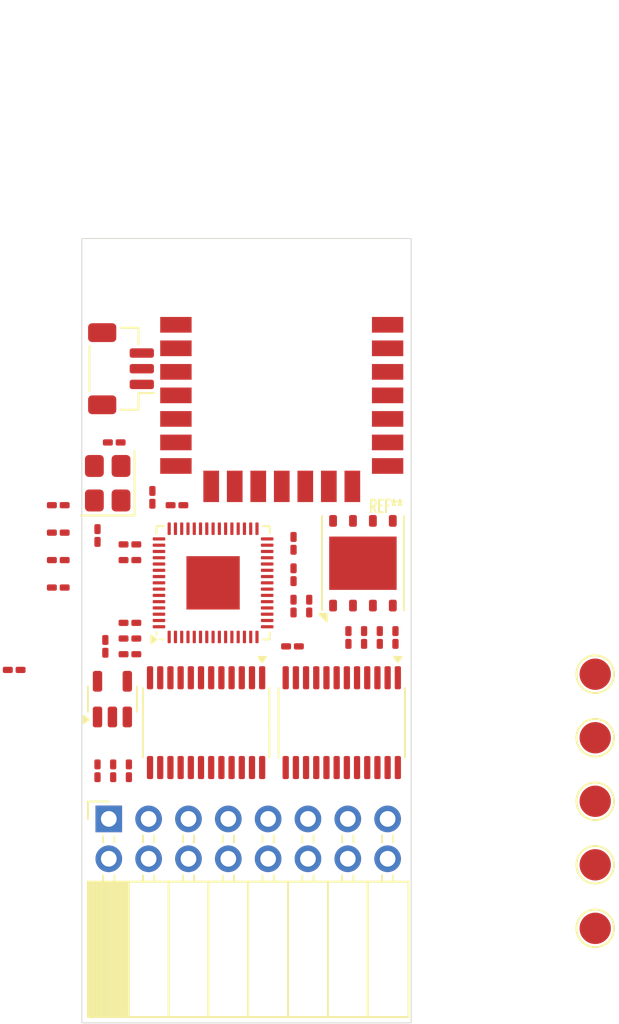
<source format=kicad_pcb>
(kicad_pcb (version 20241229) (generator "pcbnew") (generator_version "9.0")
  (layers (0 "F.Cu" signal) (2 "B.Cu" signal) (13 "F.Paste" user) (15 "B.Paste" user) (5 "F.SilkS" user "F.Silkscreen") (7 "B.SilkS" user "B.Silkscreen") (1 "F.Mask" user) (3 "B.Mask" user) (25 "Edge.Cuts" user))
  (net 0 "")
  (net 2 "+3V3")
  (net 3 "SVCC")
  (net 4 "GND")
  (net 5 "Net-(U4-QSPI_SCLK)")
  (net 6 "Net-(U4-QSPI_SD3)")
  (net 7 "Net-(U4-QSPI_SD0)")
  (net 8 "Net-(U4-QSPI_SD1)")
  (net 9 "Net-(U4-~{QSPI_CS})")
  (net 10 "Net-(U4-QSPI_SD2)")
  (net 14 "RM_DATA")
  (net 16 "Net-(U6-DO)")
  (net 17 "RM_SCLK")
  (net 18 "RM_CS")
  (net 19 "RM_ON")
  (net 22 "Net-(U6-nIRQ)")
  (net 23 "Net-(U4-XIN)")
  (net 24 "Net-(U4-XOUT)")
  (net 25 "SD5")
  (net 26 "SD3")
  (net 27 "~{SS}")
  (net 28 "~{SOE}")
  (net 29 "SMR")
  (net 30 "SCLK")
  (net 31 "SD4")
  (net 32 "SD2")
  (net 34 "~{SPGM}")
  (net 35 "SD7")
  (net 36 "SD1")
  (net 37 "SD0")
  (net 38 "SD6")
  (net 39 "~{OE}")
  (net 40 "DIR")
  (net 41 "Net-(U4-RUN)")
  (net 42 "DBG_SWCLK")
  (net 43 "DBG_SWDIO")
  (net 44 "RP_SD5")
  (net 45 "RP_SD0")
  (net 46 "RP_SD2")
  (net 47 "RP_SD3")
  (net 48 "RP_SD1")
  (net 49 "RP_SD4")
  (net 50 "RP_SD7")
  (net 51 "RP_SD6")
  (net 52 "~{RP_SOE}")
  (net 53 "RP_SMR")
  (net 54 "~{RP_SPGM}")
  (net 57 "~{RP_SS}")
  (net 58 "RP_SCLK")
  (footprint "TestPoint:TestPoint_Pad_D2.0mm" (layer "F.Cu") (at 203.7375 89.925)
    (property "Reference" "TP4" (hide yes))
    (property "Value" "RESET" (hide yes))
    (fp_circle (center 0 0) (end 0 1.2) (stroke (width 0.12)) (fill no) (layer "F.SilkS"))
    (pad "1" smd circle (at 0 0) (size 2 2) (layers "F.Cu" "F.Mask") (net 41 "Net-(U4-RUN)"))
  )
  (footprint "Capacitor_SMD:C_0201_0603Metric_Pad0.64x0.40mm_HandSolder" (layer "F.Cu") (at 184.5 69.4325 90)
    (property "Reference" "C12" (hide yes))
    (property "Value" "0.1u" (hide yes))
    (pad "1" smd roundrect (at -0.4075 0 90) (size 0.635 0.4) (layers "F.Cu" "F.Mask") (net 4 "GND"))
    (pad "2" smd roundrect (at 0.4075 0 90) (size 0.635 0.4) (layers "F.Cu" "F.Mask") (net 2 "+3V3"))
  )
  (footprint "Package_SO:TSSOP-24_4.4x7.8mm_P0.65mm" (layer "F.Cu") (at 187.575 80.8625 -90)
    (property "Reference" "U2" (hide yes))
    (property "Value" "SN74LVC8T245" (hide yes))
    (fp_line (start 0 4.035) (end -2.2 4.035) (stroke (width 0.12)) (layer "F.SilkS"))
    (fp_line (start 0 4.035) (end 2.2 4.035) (stroke (width 0.12)) (layer "F.SilkS"))
    (fp_line (start 0 -4.035) (end -2.2 -4.035) (stroke (width 0.12)) (layer "F.SilkS"))
    (fp_line (start 0 -4.035) (end 2.2 -4.035) (stroke (width 0.12)) (layer "F.SilkS"))
    (fp_poly (pts (xy -3.86 -3.575) (xy -4.19 -3.335) (xy -4.19 -3.815)) (stroke (width 0.12)) (fill yes) (layer "F.SilkS"))
    (pad "1" smd roundrect (at -2.8625 -3.575 270) (size 1.475 0.4) (layers "F.Cu" "F.Mask" "F.Paste") (net 2 "+3V3"))
    (pad "2" smd roundrect (at -2.8625 -2.925 270) (size 1.475 0.4) (layers "F.Cu" "F.Mask" "F.Paste") (net 4 "GND"))
    (pad "3" smd roundrect (at -2.8625 -2.275 270) (size 1.475 0.4) (layers "F.Cu" "F.Mask" "F.Paste") (net 54 "~{RP_SPGM}"))
    (pad "4" smd roundrect (at -2.8625 -1.625 270) (size 1.475 0.4) (layers "F.Cu" "F.Mask" "F.Paste") (net 57 "~{RP_SS}"))
    (pad "5" smd roundrect (at -2.8625 -0.975 270) (size 1.475 0.4) (layers "F.Cu" "F.Mask" "F.Paste") (net 52 "~{RP_SOE}"))
    (pad "6" smd roundrect (at -2.8625 -0.325 270) (size 1.475 0.4) (layers "F.Cu" "F.Mask" "F.Paste") (net 58 "RP_SCLK"))
    (pad "7" smd roundrect (at -2.8625 0.325 270) (size 1.475 0.4) (layers "F.Cu" "F.Mask" "F.Paste") (net 53 "RP_SMR"))
    (pad "8" smd roundrect (at -2.8625 0.975 270) (size 1.475 0.4) (layers "F.Cu" "F.Mask" "F.Paste"))
    (pad "9" smd roundrect (at -2.8625 1.625 270) (size 1.475 0.4) (layers "F.Cu" "F.Mask" "F.Paste"))
    (pad "10" smd roundrect (at -2.8625 2.275 270) (size 1.475 0.4) (layers "F.Cu" "F.Mask" "F.Paste"))
    (pad "11" smd roundrect (at -2.8625 2.925 270) (size 1.475 0.4) (layers "F.Cu" "F.Mask" "F.Paste") (net 4 "GND"))
    (pad "12" smd roundrect (at -2.8625 3.575 270) (size 1.475 0.4) (layers "F.Cu" "F.Mask" "F.Paste") (net 4 "GND"))
    (pad "13" smd roundrect (at 2.8625 3.575 270) (size 1.475 0.4) (layers "F.Cu" "F.Mask" "F.Paste") (net 4 "GND"))
    (pad "14" smd roundrect (at 2.8625 2.925 270) (size 1.475 0.4) (layers "F.Cu" "F.Mask" "F.Paste") (net 4 "GND"))
    (pad "15" smd roundrect (at 2.8625 2.275 270) (size 1.475 0.4) (layers "F.Cu" "F.Mask" "F.Paste") (net 4 "GND"))
    (pad "16" smd roundrect (at 2.8625 1.625 270) (size 1.475 0.4) (layers "F.Cu" "F.Mask" "F.Paste") (net 4 "GND"))
    (pad "17" smd roundrect (at 2.8625 0.975 270) (size 1.475 0.4) (layers "F.Cu" "F.Mask" "F.Paste") (net 29 "SMR"))
    (pad "18" smd roundrect (at 2.8625 0.325 270) (size 1.475 0.4) (layers "F.Cu" "F.Mask" "F.Paste") (net 30 "SCLK"))
    (pad "19" smd roundrect (at 2.8625 -0.325 270) (size 1.475 0.4) (layers "F.Cu" "F.Mask" "F.Paste") (net 28 "~{SOE}"))
    (pad "20" smd roundrect (at 2.8625 -0.975 270) (size 1.475 0.4) (layers "F.Cu" "F.Mask" "F.Paste") (net 27 "~{SS}"))
    (pad "21" smd roundrect (at 2.8625 -1.625 270) (size 1.475 0.4) (layers "F.Cu" "F.Mask" "F.Paste") (net 34 "~{SPGM}"))
    (pad "22" smd roundrect (at 2.8625 -2.275 270) (size 1.475 0.4) (layers "F.Cu" "F.Mask" "F.Paste") (net 39 "~{OE}"))
    (pad "23" smd roundrect (at 2.8625 -2.925 270) (size 1.475 0.4) (layers "F.Cu" "F.Mask" "F.Paste") (net 3 "SVCC"))
    (pad "24" smd roundrect (at 2.8625 -3.575 270) (size 1.475 0.4) (layers "F.Cu" "F.Mask" "F.Paste") (net 3 "SVCC"))
  )
  (footprint "Connector_JST:JST_SH_BM03B-SRSS-TB_1x03-1MP_P1.00mm_Vertical" (layer "F.Cu") (at 173.5 58.3 90)
    (property "Reference" "J3" (hide yes))
    (property "Value" "Conn_01x03" (hide yes))
    (fp_line (start -1.44 -2.01) (end 1.44 -2.01) (stroke (width 0.12)) (layer "F.SilkS"))
    (fp_line (start 2.61 -0.04) (end 2.61 1.11) (stroke (width 0.12)) (layer "F.SilkS"))
    (fp_line (start -2.61 -0.04) (end -2.61 1.11) (stroke (width 0.12)) (layer "F.SilkS"))
    (fp_line (start 2.61 1.11) (end 1.56 1.11) (stroke (width 0.12)) (layer "F.SilkS"))
    (fp_line (start -1.56 1.11) (end -1.56 2.1) (stroke (width 0.12)) (layer "F.SilkS"))
    (fp_line (start -2.61 1.11) (end -1.56 1.11) (stroke (width 0.12)) (layer "F.SilkS"))
    (pad "1" smd roundrect (at -1 1.325 90) (size 0.6 1.55) (layers "F.Cu" "F.Mask" "F.Paste") (net 42 "DBG_SWCLK"))
    (pad "2" smd roundrect (at 0 1.325 90) (size 0.6 1.55) (layers "F.Cu" "F.Mask" "F.Paste") (net 4 "GND"))
    (pad "3" smd roundrect (at 1 1.325 90) (size 0.6 1.55) (layers "F.Cu" "F.Mask" "F.Paste") (net 43 "DBG_SWDIO"))
    (pad "MP" smd roundrect (at -2.3 -1.2 90) (size 1.2 1.8) (layers "F.Cu" "F.Mask" "F.Paste") (roundrect_rratio 0.208333))
    (pad "MP" smd roundrect (at 2.3 -1.2 90) (size 1.2 1.8) (layers "F.Cu" "F.Mask" "F.Paste") (roundrect_rratio 0.208333))
  )
  (footprint "Resistor_SMD:R_0201_0603Metric_Pad0.64x0.40mm_HandSolder" (layer "F.Cu") (at 184.4325 76)
    (property "Reference" "R2" (hide yes))
    (property "Value" "10k" (hide yes))
    (pad "1" smd roundrect (at -0.4075 0) (size 0.635 0.4) (layers "F.Cu" "F.Mask") (net 40 "DIR"))
    (pad "2" smd roundrect (at 0.4075 0) (size 0.635 0.4) (layers "F.Cu" "F.Mask") (net 4 "GND"))
  )
  (footprint "Capacitor_SMD:C_0201_0603Metric_Pad0.64x0.40mm_HandSolder" (layer "F.Cu") (at 175.5 66.5 90)
    (property "Reference" "C14" (hide yes))
    (property "Value" "1u" (hide yes))
    (pad "1" smd roundrect (at -0.4075 0 90) (size 0.635 0.4) (layers "F.Cu" "F.Mask") (net 4 "GND"))
    (pad "2" smd roundrect (at 0.4075 0 90) (size 0.635 0.4) (layers "F.Cu" "F.Mask") (net 2 "+3V3"))
  )
  (footprint "Capacitor_SMD:C_0201_0603Metric_Pad0.64x0.40mm_HandSolder" (layer "F.Cu") (at 173 83.9325 90)
    (property "Reference" "C3" (hide yes))
    (property "Value" "0.1u" (hide yes))
    (pad "1" smd roundrect (at -0.4075 0 90) (size 0.635 0.4) (layers "F.Cu" "F.Mask") (net 4 "GND"))
    (pad "2" smd roundrect (at 0.4075 0 90) (size 0.635 0.4) (layers "F.Cu" "F.Mask") (net 3 "SVCC"))
  )
  (footprint "Capacitor_SMD:C_0201_0603Metric_Pad0.64x0.40mm_HandSolder" (layer "F.Cu") (at 174.0675 76.5)
    (property "Reference" "C17" (hide yes))
    (property "Value" "0.1u" (hide yes))
    (pad "1" smd roundrect (at -0.4075 0) (size 0.635 0.4) (layers "F.Cu" "F.Mask") (net 4 "GND"))
    (pad "2" smd roundrect (at 0.4075 0) (size 0.635 0.4) (layers "F.Cu" "F.Mask") (net 2 "+3V3"))
  )
  (footprint "Capacitor_SMD:C_0201_0603Metric_Pad0.64x0.40mm_HandSolder" (layer "F.Cu") (at 172 68.9325 90)
    (property "Reference" "C19" (hide yes))
    (property "Value" "15p" (hide yes))
    (pad "1" smd roundrect (at -0.4075 0 90) (size 0.635 0.4) (layers "F.Cu" "F.Mask") (net 4 "GND"))
    (pad "2" smd roundrect (at 0.4075 0 90) (size 0.635 0.4) (layers "F.Cu" "F.Mask") (net 24 "Net-(U4-XOUT)"))
  )
  (footprint "Capacitor_SMD:C_0201_0603Metric_Pad0.64x0.40mm_HandSolder" (layer "F.Cu") (at 189 75.4325 -90)
    (property "Reference" "C5" (hide yes))
    (property "Value" "1u" (hide yes))
    (pad "1" smd roundrect (at -0.4075 0 270) (size 0.635 0.4) (layers "F.Cu" "F.Mask") (net 4 "GND"))
    (pad "2" smd roundrect (at 0.4075 0 270) (size 0.635 0.4) (layers "F.Cu" "F.Mask") (net 3 "SVCC"))
  )
  (footprint "Package_SON:WSON-8-1EP_6x5mm_P1.27mm_EP3.4x4.3mm" (layer "F.Cu") (at 188.925 70.7 90)
    (property "Reference" "U5" (hide yes))
    (property "Value" "W25Q128JVP" (hide yes))
    (fp_line (start -2.99 -2.61) (end 3 -2.61) (stroke (width 0.12)) (layer "F.SilkS"))
    (fp_line (start -3 2.61) (end 3 2.61) (stroke (width 0.12)) (layer "F.SilkS"))
    (fp_poly (pts (xy -3.23 -2.31) (xy -3.71 -2.31) (xy -3.23 -2.79)) (stroke (width 0.12)) (fill yes) (layer "F.SilkS"))
    (pad "1" smd roundrect (at -2.7 -1.905 90) (size 0.75 0.5) (layers "F.Cu" "F.Mask" "F.Paste") (net 9 "Net-(U4-~{QSPI_CS})"))
    (pad "2" smd roundrect (at -2.7 -0.635 90) (size 0.75 0.5) (layers "F.Cu" "F.Mask" "F.Paste") (net 8 "Net-(U4-QSPI_SD1)"))
    (pad "3" smd roundrect (at -2.7 0.635 90) (size 0.75 0.5) (layers "F.Cu" "F.Mask" "F.Paste") (net 10 "Net-(U4-QSPI_SD2)"))
    (pad "4" smd roundrect (at -2.7 1.905 90) (size 0.75 0.5) (layers "F.Cu" "F.Mask" "F.Paste") (net 4 "GND"))
    (pad "5" smd roundrect (at 2.7 1.905 90) (size 0.75 0.5) (layers "F.Cu" "F.Mask" "F.Paste") (net 7 "Net-(U4-QSPI_SD0)"))
    (pad "6" smd roundrect (at 2.7 0.635 90) (size 0.75 0.5) (layers "F.Cu" "F.Mask" "F.Paste") (net 5 "Net-(U4-QSPI_SCLK)"))
    (pad "7" smd roundrect (at 2.7 -0.635 90) (size 0.75 0.5) (layers "F.Cu" "F.Mask" "F.Paste") (net 6 "Net-(U4-QSPI_SD3)"))
    (pad "8" smd roundrect (at 2.7 -1.905 90) (size 0.75 0.5) (layers "F.Cu" "F.Mask" "F.Paste") (net 2 "+3V3"))
    (pad "9" smd rect (at 0 0 90) (size 3.4 4.3) (property pad_prop_heatsink) (layers "F.Cu" "F.Mask"))
  )
  (footprint "Resistor_SMD:R_0201_0603Metric_Pad0.64x0.40mm_HandSolder" (layer "F.Cu") (at 169.4975 70.5)
    (property "Reference" "R7" (hide yes))
    (property "Value" "470" (hide yes))
    (pad "1" smd roundrect (at -0.4075 0) (size 0.635 0.4) (layers "F.Cu" "F.Mask") (net 16 "Net-(U6-DO)"))
    (pad "2" smd roundrect (at 0.4075 0) (size 0.635 0.4) (layers "F.Cu" "F.Mask") (net 14 "RM_DATA"))
  )
  (footprint "Resistor_SMD:R_0201_0603Metric_Pad0.64x0.40mm_HandSolder" (layer "F.Cu") (at 169.4975 72.25)
    (property "Reference" "R8" (hide yes))
    (property "Value" "10k" (hide yes))
    (pad "1" smd roundrect (at -0.4075 0) (size 0.635 0.4) (layers "F.Cu" "F.Mask") (net 14 "RM_DATA"))
    (pad "2" smd roundrect (at 0.4075 0) (size 0.635 0.4) (layers "F.Cu" "F.Mask") (net 22 "Net-(U6-nIRQ)"))
  )
  (footprint "Capacitor_SMD:C_0201_0603Metric_Pad0.64x0.40mm_HandSolder" (layer "F.Cu") (at 174 83.9325 90)
    (property "Reference" "C2" (hide yes))
    (property "Value" "1u" (hide yes))
    (pad "1" smd roundrect (at -0.4075 0 90) (size 0.635 0.4) (layers "F.Cu" "F.Mask") (net 4 "GND"))
    (pad "2" smd roundrect (at 0.4075 0 90) (size 0.635 0.4) (layers "F.Cu" "F.Mask") (net 3 "SVCC"))
  )
  (footprint "Package_TO_SOT_SMD:SOT-23-5" (layer "F.Cu") (at 172.95 79.3625 90)
    (property "Reference" "U3" (hide yes))
    (property "Value" "AP2112K-3.3" (hide yes))
    (fp_line (start 0 -1.56) (end 0.8 -1.56) (stroke (width 0.12)) (layer "F.SilkS"))
    (fp_line (start 0 -1.56) (end -0.8 -1.56) (stroke (width 0.12)) (layer "F.SilkS"))
    (fp_line (start 0 1.56) (end 0.8 1.56) (stroke (width 0.12)) (layer "F.SilkS"))
    (fp_line (start 0 1.56) (end -0.8 1.56) (stroke (width 0.12)) (layer "F.SilkS"))
    (fp_poly (pts (xy -1.3 -1.51) (xy -1.54 -1.84) (xy -1.06 -1.84)) (stroke (width 0.12)) (fill yes) (layer "F.SilkS"))
    (pad "1" smd roundrect (at -1.1375 -0.95 90) (size 1.325 0.6) (layers "F.Cu" "F.Mask" "F.Paste") (net 3 "SVCC"))
    (pad "2" smd roundrect (at -1.1375 0 90) (size 1.325 0.6) (layers "F.Cu" "F.Mask" "F.Paste") (net 4 "GND"))
    (pad "3" smd roundrect (at -1.1375 0.95 90) (size 1.325 0.6) (layers "F.Cu" "F.Mask" "F.Paste") (net 3 "SVCC"))
    (pad "4" smd roundrect (at 1.1375 0.95 90) (size 1.325 0.6) (layers "F.Cu" "F.Mask" "F.Paste"))
    (pad "5" smd roundrect (at 1.1375 -0.95 90) (size 1.325 0.6) (layers "F.Cu" "F.Mask" "F.Paste") (net 2 "+3V3"))
  )
  (footprint "Capacitor_SMD:C_0201_0603Metric_Pad0.64x0.40mm_HandSolder" (layer "F.Cu") (at 184.5 71.4325 -90)
    (property "Reference" "C11" (hide yes))
    (property "Value" "0.1u" (hide yes))
    (pad "1" smd roundrect (at -0.4075 0 270) (size 0.635 0.4) (layers "F.Cu" "F.Mask") (net 4 "GND"))
    (pad "2" smd roundrect (at 0.4075 0 270) (size 0.635 0.4) (layers "F.Cu" "F.Mask") (net 2 "+3V3"))
  )
  (footprint "Capacitor_SMD:C_0201_0603Metric_Pad0.64x0.40mm_HandSolder" (layer "F.Cu") (at 174.0675 70.5)
    (property "Reference" "C15" (hide yes))
    (property "Value" "1u" (hide yes))
    (pad "1" smd roundrect (at -0.4075 0) (size 0.635 0.4) (layers "F.Cu" "F.Mask") (net 4 "GND"))
    (pad "2" smd roundrect (at 0.4075 0) (size 0.635 0.4) (layers "F.Cu" "F.Mask") (net 2 "+3V3"))
  )
  (footprint "Capacitor_SMD:C_0201_0603Metric_Pad0.64x0.40mm_HandSolder" (layer "F.Cu") (at 191 75.4325 90)
    (property "Reference" "C4" (hide yes))
    (property "Value" "0.1u" (hide yes))
    (pad "1" smd roundrect (at -0.4075 0 90) (size 0.635 0.4) (layers "F.Cu" "F.Mask") (net 2 "+3V3"))
    (pad "2" smd roundrect (at 0.4075 0 90) (size 0.635 0.4) (layers "F.Cu" "F.Mask") (net 4 "GND"))
  )
  (footprint "Resistor_SMD:R_0201_0603Metric_Pad0.64x0.40mm_HandSolder" (layer "F.Cu") (at 169.4975 68.75)
    (property "Reference" "R6" (hide yes))
    (property "Value" "100k" (hide yes))
    (pad "1" smd roundrect (at -0.4075 0) (size 0.635 0.4) (layers "F.Cu" "F.Mask") (net 9 "Net-(U4-~{QSPI_CS})"))
    (pad "2" smd roundrect (at 0.4075 0) (size 0.635 0.4) (layers "F.Cu" "F.Mask") (net 2 "+3V3"))
  )
  (footprint "Capacitor_SMD:C_0201_0603Metric_Pad0.64x0.40mm_HandSolder" (layer "F.Cu") (at 188 75.4325 90)
    (property "Reference" "C1" (hide yes))
    (property "Value" "0.1u" (hide yes))
    (pad "1" smd roundrect (at -0.4075 0 90) (size 0.635 0.4) (layers "F.Cu" "F.Mask") (net 2 "+3V3"))
    (pad "2" smd roundrect (at 0.4075 0 90) (size 0.635 0.4) (layers "F.Cu" "F.Mask") (net 4 "GND"))
  )
  (footprint "Resistor_SMD:R_0201_0603Metric_Pad0.64x0.40mm_HandSolder" (layer "F.Cu") (at 185.5 73.4325 90)
    (property "Reference" "R3" (hide yes))
    (property "Value" "10k" (hide yes))
    (pad "1" smd roundrect (at -0.4075 0 90) (size 0.635 0.4) (layers "F.Cu" "F.Mask") (net 39 "~{OE}"))
    (pad "2" smd roundrect (at 0.4075 0 90) (size 0.635 0.4) (layers "F.Cu" "F.Mask") (net 2 "+3V3"))
  )
  (footprint "Connector_PinSocket_2.54mm:PinSocket_2x08_P2.54mm_Horizontal" (layer "F.Cu") (at 172.72 87 90)
    (property "Reference" "J1" (hide yes))
    (property "Value" "Conn_02x08_Odd_Even" (hide yes))
    (fp_line (start 1.11 -1.33) (end 1.11 0) (stroke (width 0.12)) (layer "F.SilkS"))
    (fp_line (start 0 -1.33) (end 1.11 -1.33) (stroke (width 0.12)) (layer "F.SilkS"))
    (fp_line (start -4 -1.33) (end -4 19.11) (stroke (width 0.12)) (layer "F.SilkS"))
    (fp_line (start -12.63 -1.33) (end -4 -1.33) (stroke (width 0.12)) (layer "F.SilkS"))
    (fp_line (start -12.63 -1.33) (end -12.63 19.11) (stroke (width 0.12)) (layer "F.SilkS"))
    (fp_line (start -12.63 -1.21) (end -4 -1.21) (stroke (width 0.12)) (layer "F.SilkS"))
    (fp_line (start -12.63 -1.091905) (end -4 -1.091905) (stroke (width 0.12)) (layer "F.SilkS"))
    (fp_line (start -12.63 -0.97381) (end -4 -0.97381) (stroke (width 0.12)) (layer "F.SilkS"))
    (fp_line (start -12.63 -0.855715) (end -4 -0.855715) (stroke (width 0.12)) (layer "F.SilkS"))
    (fp_line (start -12.63 -0.73762) (end -4 -0.73762) (stroke (width 0.12)) (layer "F.SilkS"))
    (fp_line (start -12.63 -0.619525) (end -4 -0.619525) (stroke (width 0.12)) (layer "F.SilkS"))
    (fp_line (start -12.63 -0.50143) (end -4 -0.50143) (stroke (width 0.12)) (layer "F.SilkS"))
    (fp_line (start -12.63 -0.383335) (end -4 -0.383335) (stroke (width 0.12)) (layer "F.SilkS"))
    (fp_line (start -1.49 -0.36) (end -1.11 -0.36) (stroke (width 0.12)) (layer "F.SilkS"))
    (fp_line (start -4 -0.36) (end -3.59 -0.36) (stroke (width 0.12)) (layer "F.SilkS"))
    (fp_line (start -12.63 -0.26524) (end -4 -0.26524) (stroke (width 0.12)) (layer "F.SilkS"))
    (fp_line (start -12.63 -0.147145) (end -4 -0.147145) (stroke (width 0.12)) (layer "F.SilkS"))
    (fp_line (start -12.63 -0.02905) (end -4 -0.02905) (stroke (width 0.12)) (layer "F.SilkS"))
    (fp_line (start -12.63 0.089045) (end -4 0.089045) (stroke (width 0.12)) (layer "F.SilkS"))
    (fp_line (start -12.63 0.20714) (end -4 0.20714) (stroke (width 0.12)) (layer "F.SilkS"))
    (fp_line (start -12.63 0.325235) (end -4 0.325235) (stroke (width 0.12)) (layer "F.SilkS"))
    (fp_line (start -1.49 0.36) (end -1.11 0.36) (stroke (width 0.12)) (layer "F.SilkS"))
    (fp_line (start -4 0.36) (end -3.59 0.36) (stroke (width 0.12)) (layer "F.SilkS"))
    (fp_line (start -12.63 0.44333) (end -4 0.44333) (stroke (width 0.12)) (layer "F.SilkS"))
    (fp_line (start -12.63 0.561425) (end -4 0.561425) (stroke (width 0.12)) (layer "F.SilkS"))
    (fp_line (start -12.63 0.67952) (end -4 0.67952) (stroke (width 0.12)) (layer "F.SilkS"))
    (fp_line (start -12.63 0.797615) (end -4 0.797615) (stroke (width 0.12)) (layer "F.SilkS"))
    (fp_line (start -12.63 0.91571) (end -4 0.91571) (stroke (width 0.12)) (layer "F.SilkS"))
    (fp_line (start -12.63 1.033805) (end -4 1.033805) (stroke (width 0.12)) (layer "F.SilkS"))
    (fp_line (start -12.63 1.1519) (end -4 1.1519) (stroke (width 0.12)) (layer "F.SilkS"))
    (fp_line (start -12.63 1.27) (end -4 1.27) (stroke (width 0.12)) (layer "F.SilkS"))
    (fp_line (start -1.49 2.18) (end -1.05 2.18) (stroke (width 0.12)) (layer "F.SilkS"))
    (fp_line (start -4 2.18) (end -3.59 2.18) (stroke (width 0.12)) (layer "F.SilkS"))
    (fp_line (start -1.49 2.9) (end -1.05 2.9) (stroke (width 0.12)) (layer "F.SilkS"))
    (fp_line (start -4 2.9) (end -3.59 2.9) (stroke (width 0.12)) (layer "F.SilkS"))
    (fp_line (start -12.63 3.81) (end -4 3.81) (stroke (width 0.12)) (layer "F.SilkS"))
    (fp_line (start -1.49 4.72) (end -1.05 4.72) (stroke (width 0.12)) (layer "F.SilkS"))
    (fp_line (start -4 4.72) (end -3.59 4.72) (stroke (width 0.12)) (layer "F.SilkS"))
    (fp_line (start -1.49 5.44) (end -1.05 5.44) (stroke (width 0.12)) (layer "F.SilkS"))
    (fp_line (start -4 5.44) (end -3.59 5.44) (stroke (width 0.12)) (layer "F.SilkS"))
    (fp_line (start -12.63 6.35) (end -4 6.35) (stroke (width 0.12)) (layer "F.SilkS"))
    (fp_line (start -1.49 7.26) (end -1.05 7.26) (stroke (width 0.12)) (layer "F.SilkS"))
    (fp_line (start -4 7.26) (end -3.59 7.26) (stroke (width 0.12)) (layer "F.SilkS"))
    (fp_line (start -1.49 7.98) (end -1.05 7.98) (stroke (width 0.12)) (layer "F.SilkS"))
    (fp_line (start -4 7.98) (end -3.59 7.98) (stroke (width 0.12)) (layer "F.SilkS"))
    (fp_line (start -12.63 8.89) (end -4 8.89) (stroke (width 0.12)) (layer "F.SilkS"))
    (fp_line (start -1.49 9.8) (end -1.05 9.8) (stroke (width 0.12)) (layer "F.SilkS"))
    (fp_line (start -4 9.8) (end -3.59 9.8) (stroke (width 0.12)) (layer "F.SilkS"))
    (fp_line (start -1.49 10.52) (end -1.05 10.52) (stroke (width 0.12)) (layer "F.SilkS"))
    (fp_line (start -4 10.52) (end -3.59 10.52) (stroke (width 0.12)) (layer "F.SilkS"))
    (fp_line (start -12.63 11.43) (end -4 11.43) (stroke (width 0.12)) (layer "F.SilkS"))
    (fp_line (start -1.49 12.34) (end -1.05 12.34) (stroke (width 0.12)) (layer "F.SilkS"))
    (fp_line (start -4 12.34) (end -3.59 12.34) (stroke (width 0.12)) (layer "F.SilkS"))
    (fp_line (start -1.49 13.06) (end -1.05 13.06) (stroke (width 0.12)) (layer "F.SilkS"))
    (fp_line (start -4 13.06) (end -3.59 13.06) (stroke (width 0.12)) (layer "F.SilkS"))
    (fp_line (start -12.63 13.97) (end -4 13.97) (stroke (width 0.12)) (layer "F.SilkS"))
    (fp_line (start -1.49 14.88) (end -1.05 14.88) (stroke (width 0.12)) (layer "F.SilkS"))
    (fp_line (start -4 14.88) (end -3.59 14.88) (stroke (width 0.12)) (layer "F.SilkS"))
    (fp_line (start -1.49 15.6) (end -1.05 15.6) (stroke (width 0.12)) (layer "F.SilkS"))
    (fp_line (start -4 15.6) (end -3.59 15.6) (stroke (width 0.12)) (layer "F.SilkS"))
    (fp_line (start -12.63 16.51) (end -4 16.51) (stroke (width 0.12)) (layer "F.SilkS"))
    (fp_line (start -1.49 17.42) (end -1.05 17.42) (stroke (width 0.12)) (layer "F.SilkS"))
    (fp_line (start -4 17.42) (end -3.59 17.42) (stroke (width 0.12)) (layer "F.SilkS"))
    (fp_line (start -1.49 18.14) (end -1.05 18.14) (stroke (width 0.12)) (layer "F.SilkS"))
    (fp_line (start -4 18.14) (end -3.59 18.14) (stroke (width 0.12)) (layer "F.SilkS"))
    (fp_line (start -12.63 19.11) (end -4 19.11) (stroke (width 0.12)) (layer "F.SilkS"))
    (pad "1" thru_hole rect (at 0 0 90) (size 1.7 1.7) (drill 1) (layers "*.Cu" "*.Mask") (net 36 "SD1"))
    (pad "2" thru_hole circle (at -2.54 0 90) (size 1.7 1.7) (drill 1) (layers "*.Cu" "*.Mask") (net 37 "SD0"))
    (pad "3" thru_hole circle (at 0 2.54 90) (size 1.7 1.7) (drill 1) (layers "*.Cu" "*.Mask") (net 26 "SD3"))
    (pad "4" thru_hole circle (at -2.54 2.54 90) (size 1.7 1.7) (drill 1) (layers "*.Cu" "*.Mask") (net 32 "SD2"))
    (pad "5" thru_hole circle (at 0 5.08 90) (size 1.7 1.7) (drill 1) (layers "*.Cu" "*.Mask") (net 25 "SD5"))
    (pad "6" thru_hole circle (at -2.54 5.08 90) (size 1.7 1.7) (drill 1) (layers "*.Cu" "*.Mask") (net 31 "SD4"))
    (pad "7" thru_hole circle (at 0 7.62 90) (size 1.7 1.7) (drill 1) (layers "*.Cu" "*.Mask") (net 35 "SD7"))
    (pad "8" thru_hole circle (at -2.54 7.62 90) (size 1.7 1.7) (drill 1) (layers "*.Cu" "*.Mask") (net 38 "SD6"))
    (pad "9" thru_hole circle (at 0 10.16 90) (size 1.7 1.7) (drill 1) (layers "*.Cu" "*.Mask") (net 29 "SMR"))
    (pad "10" thru_hole circle (at -2.54 10.16 90) (size 1.7 1.7) (drill 1) (layers "*.Cu" "*.Mask") (net 30 "SCLK"))
    (pad "11" thru_hole circle (at 0 12.7 90) (size 1.7 1.7) (drill 1) (layers "*.Cu" "*.Mask") (net 28 "~{SOE}"))
    (pad "12" thru_hole circle (at -2.54 12.7 90) (size 1.7 1.7) (drill 1) (layers "*.Cu" "*.Mask") (net 27 "~{SS}"))
    (pad "13" thru_hole circle (at 0 15.24 90) (size 1.7 1.7) (drill 1) (layers "*.Cu" "*.Mask") (net 4 "GND"))
    (pad "14" thru_hole circle (at -2.54 15.24 90) (size 1.7 1.7) (drill 1) (layers "*.Cu" "*.Mask") (net 34 "~{SPGM}"))
    (pad "15" thru_hole circle (at 0 17.78 90) (size 1.7 1.7) (drill 1) (layers "*.Cu" "*.Mask") (net 3 "SVCC"))
    (pad "16" thru_hole circle (at -2.54 17.78 90) (size 1.7 1.7) (drill 1) (layers "*.Cu" "*.Mask"))
  )
  (footprint "TestPoint:TestPoint_Pad_D2.0mm" (layer "F.Cu") (at 203.7375 81.825)
    (property "Reference" "TP2" (hide yes))
    (property "Value" "TestPoint" (hide yes))
    (fp_circle (center 0 0) (end 0 1.2) (stroke (width 0.12)) (fill no) (layer "F.SilkS"))
    (pad "1" smd circle (at 0 0) (size 2 2) (layers "F.Cu" "F.Mask") (net 2 "+3V3"))
  )
  (footprint "Capacitor_SMD:C_0201_0603Metric_Pad0.64x0.40mm_HandSolder" (layer "F.Cu") (at 172 83.9325 -90)
    (property "Reference" "C7" (hide yes))
    (property "Value" "1u" (hide yes))
    (pad "1" smd roundrect (at -0.4075 0 270) (size 0.635 0.4) (layers "F.Cu" "F.Mask") (net 3 "SVCC"))
    (pad "2" smd roundrect (at 0.4075 0 270) (size 0.635 0.4) (layers "F.Cu" "F.Mask") (net 4 "GND"))
  )
  (footprint "Capacitor_SMD:C_0201_0603Metric_Pad0.64x0.40mm_HandSolder" (layer "F.Cu") (at 172.5 76 90)
    (property "Reference" "C8" (hide yes))
    (property "Value" "1u" (hide yes))
    (pad "1" smd roundrect (at -0.4075 0 90) (size 0.635 0.4) (layers "F.Cu" "F.Mask") (net 2 "+3V3"))
    (pad "2" smd roundrect (at 0.4075 0 90) (size 0.635 0.4) (layers "F.Cu" "F.Mask") (net 4 "GND"))
  )
  (footprint "RP-RM2:rpi_rmc20452t" (layer "F.Cu") (at 183.75 58.05)
    (property "Reference" "U6" (hide yes))
    (property "Value" "Raspberry Pi Radio Module 2" (hide yes))
    (fp_text user "REF**" (at 5.5 9.5 0) (layer "F.SilkS") (effects (font (size 0.8 0.5) (thickness 0.125) (bold yes)) (justify left bottom)))
    (pad "1" smd rect (at -6.75 -2.55) (size 2 1) (layers "F.Cu" "F.Mask" "F.Paste") (net 4 "GND") (clearance 0))
    (pad "2" smd rect (at -6.75 -1.05) (size 2 1) (layers "F.Cu" "F.Mask" "F.Paste") (clearance 0))
    (pad "3" smd rect (at -6.75 0.45) (size 2 1) (layers "F.Cu" "F.Mask" "F.Paste") (net 17 "RM_SCLK") (clearance 0))
    (pad "4" smd rect (at -6.75 1.95) (size 2 1) (layers "F.Cu" "F.Mask" "F.Paste") (net 4 "GND") (clearance 0))
    (pad "5" smd rect (at -6.75 3.45) (size 2 1) (layers "F.Cu" "F.Mask" "F.Paste") (net 14 "RM_DATA") (clearance 0))
    (pad "6" smd rect (at -6.75 4.95) (size 2 1) (layers "F.Cu" "F.Mask" "F.Paste") (net 16 "Net-(U6-DO)") (clearance 0))
    (pad "7" smd rect (at -6.75 6.45) (size 2 1) (layers "F.Cu" "F.Mask" "F.Paste") (net 4 "GND") (clearance 0))
    (pad "8" smd rect (at -4.5 7.75 90) (size 2 1) (layers "F.Cu" "F.Mask" "F.Paste") (clearance 0))
    (pad "9" smd rect (at -3 7.75 90) (size 2 1) (layers "F.Cu" "F.Mask" "F.Paste") (net 18 "RM_CS") (clearance 0))
    (pad "10" smd rect (at -1.5 7.75 90) (size 2 1) (layers "F.Cu" "F.Mask" "F.Paste") (net 22 "Net-(U6-nIRQ)") (clearance 0))
    (pad "11" smd rect (at 0 7.75 90) (size 2 1) (layers "F.Cu" "F.Mask" "F.Paste") (net 4 "GND") (clearance 0))
    (pad "12" smd rect (at 1.5 7.75 90) (size 2 1) (layers "F.Cu" "F.Mask" "F.Paste") (net 19 "RM_ON") (clearance 0))
    (pad "13" smd rect (at 3 7.75 90) (size 2 1) (layers "F.Cu" "F.Mask" "F.Paste") (net 19 "RM_ON") (clearance 0))
    (pad "14" smd rect (at 4.5 7.75 90) (size 2 1) (layers "F.Cu" "F.Mask" "F.Paste") (net 2 "+3V3") (clearance 0))
    (pad "15" smd rect (at 6.75 6.45 180) (size 2 1) (layers "F.Cu" "F.Mask" "F.Paste") (net 4 "GND") (clearance 0))
    (pad "16" smd rect (at 6.75 4.95 180) (size 2 1) (layers "F.Cu" "F.Mask" "F.Paste") (net 2 "+3V3") (clearance 0))
    (pad "17" smd rect (at 6.75 3.45 180) (size 2 1) (layers "F.Cu" "F.Mask" "F.Paste") (clearance 0))
    (pad "18" smd rect (at 6.75 1.95 180) (size 2 1) (layers "F.Cu" "F.Mask" "F.Paste") (clearance 0))
    (pad "19" smd rect (at 6.75 0.45 180) (size 2 1) (layers "F.Cu" "F.Mask" "F.Paste") (clearance 0))
    (pad "20" smd rect (at 6.75 -1.05 180) (size 2 1) (layers "F.Cu" "F.Mask" "F.Paste") (clearance 0))
    (pad "21" smd rect (at 6.75 -2.55 180) (size 2 1) (layers "F.Cu" "F.Mask" "F.Paste") (net 4 "GND") (clearance 0))
  )
  (footprint "TestPoint:TestPoint_Pad_D2.0mm" (layer "F.Cu") (at 203.7375 77.775)
    (property "Reference" "TP1" (hide yes))
    (property "Value" "TestPoint" (hide yes))
    (fp_circle (center 0 0) (end 0 1.2) (stroke (width 0.12)) (fill no) (layer "F.SilkS"))
    (pad "1" smd circle (at 0 0) (size 2 2) (layers "F.Cu" "F.Mask") (net 4 "GND"))
  )
  (footprint "Resistor_SMD:R_0201_0603Metric_Pad0.64x0.40mm_HandSolder" (layer "F.Cu") (at 184.5 73.4325 90)
    (property "Reference" "R1" (hide yes))
    (property "Value" "10k" (hide yes))
    (pad "1" smd roundrect (at -0.4075 0 90) (size 0.635 0.4) (layers "F.Cu" "F.Mask") (net 39 "~{OE}"))
    (pad "2" smd roundrect (at 0.4075 0 90) (size 0.635 0.4) (layers "F.Cu" "F.Mask") (net 2 "+3V3"))
  )
  (footprint "Capacitor_SMD:C_0201_0603Metric_Pad0.64x0.40mm_HandSolder" (layer "F.Cu") (at 190 75.4325 -90)
    (property "Reference" "C6" (hide yes))
    (property "Value" "0.1u" (hide yes))
    (pad "1" smd roundrect (at -0.4075 0 270) (size 0.635 0.4) (layers "F.Cu" "F.Mask") (net 4 "GND"))
    (pad "2" smd roundrect (at 0.4075 0 270) (size 0.635 0.4) (layers "F.Cu" "F.Mask") (net 3 "SVCC"))
  )
  (footprint "Resistor_SMD:R_0201_0603Metric_Pad0.64x0.40mm_HandSolder" (layer "F.Cu") (at 169.4975 67)
    (property "Reference" "R5" (hide yes))
    (property "Value" "100k" (hide yes))
    (pad "1" smd roundrect (at -0.4075 0) (size 0.635 0.4) (layers "F.Cu" "F.Mask") (net 2 "+3V3"))
    (pad "2" smd roundrect (at 0.4075 0) (size 0.635 0.4) (layers "F.Cu" "F.Mask") (net 9 "Net-(U4-~{QSPI_CS})"))
  )
  (footprint "Package_SO:TSSOP-24_4.4x7.8mm_P0.65mm" (layer "F.Cu") (at 178.925 80.8625 -90)
    (property "Reference" "U1" (hide yes))
    (property "Value" "SN74LVC8T245" (hide yes))
    (fp_line (start 0 4.035) (end -2.2 4.035) (stroke (width 0.12)) (layer "F.SilkS"))
    (fp_line (start 0 4.035) (end 2.2 4.035) (stroke (width 0.12)) (layer "F.SilkS"))
    (fp_line (start 0 -4.035) (end -2.2 -4.035) (stroke (width 0.12)) (layer "F.SilkS"))
    (fp_line (start 0 -4.035) (end 2.2 -4.035) (stroke (width 0.12)) (layer "F.SilkS"))
    (fp_poly (pts (xy -3.86 -3.575) (xy -4.19 -3.335) (xy -4.19 -3.815)) (stroke (width 0.12)) (fill yes) (layer "F.SilkS"))
    (pad "1" smd roundrect (at -2.8625 -3.575 270) (size 1.475 0.4) (layers "F.Cu" "F.Mask" "F.Paste") (net 2 "+3V3"))
    (pad "2" smd roundrect (at -2.8625 -2.925 270) (size 1.475 0.4) (layers "F.Cu" "F.Mask" "F.Paste") (net 40 "DIR"))
    (pad "3" smd roundrect (at -2.8625 -2.275 270) (size 1.475 0.4) (layers "F.Cu" "F.Mask" "F.Paste") (net 50 "RP_SD7"))
    (pad "4" smd roundrect (at -2.8625 -1.625 270) (size 1.475 0.4) (layers "F.Cu" "F.Mask" "F.Paste") (net 51 "RP_SD6"))
    (pad "5" smd roundrect (at -2.8625 -0.975 270) (size 1.475 0.4) (layers "F.Cu" "F.Mask" "F.Paste") (net 44 "RP_SD5"))
    (pad "6" smd roundrect (at -2.8625 -0.325 270) (size 1.475 0.4) (layers "F.Cu" "F.Mask" "F.Paste") (net 49 "RP_SD4"))
    (pad "7" smd roundrect (at -2.8625 0.325 270) (size 1.475 0.4) (layers "F.Cu" "F.Mask" "F.Paste") (net 47 "RP_SD3"))
    (pad "8" smd roundrect (at -2.8625 0.975 270) (size 1.475 0.4) (layers "F.Cu" "F.Mask" "F.Paste") (net 46 "RP_SD2"))
    (pad "9" smd roundrect (at -2.8625 1.625 270) (size 1.475 0.4) (layers "F.Cu" "F.Mask" "F.Paste") (net 48 "RP_SD1"))
    (pad "10" smd roundrect (at -2.8625 2.275 270) (size 1.475 0.4) (layers "F.Cu" "F.Mask" "F.Paste") (net 45 "RP_SD0"))
    (pad "11" smd roundrect (at -2.8625 2.925 270) (size 1.475 0.4) (layers "F.Cu" "F.Mask" "F.Paste") (net 4 "GND"))
    (pad "12" smd roundrect (at -2.8625 3.575 270) (size 1.475 0.4) (layers "F.Cu" "F.Mask" "F.Paste") (net 4 "GND"))
    (pad "13" smd roundrect (at 2.8625 3.575 270) (size 1.475 0.4) (layers "F.Cu" "F.Mask" "F.Paste") (net 4 "GND"))
    (pad "14" smd roundrect (at 2.8625 2.925 270) (size 1.475 0.4) (layers "F.Cu" "F.Mask" "F.Paste") (net 37 "SD0"))
    (pad "15" smd roundrect (at 2.8625 2.275 270) (size 1.475 0.4) (layers "F.Cu" "F.Mask" "F.Paste") (net 36 "SD1"))
    (pad "16" smd roundrect (at 2.8625 1.625 270) (size 1.475 0.4) (layers "F.Cu" "F.Mask" "F.Paste") (net 32 "SD2"))
    (pad "17" smd roundrect (at 2.8625 0.975 270) (size 1.475 0.4) (layers "F.Cu" "F.Mask" "F.Paste") (net 26 "SD3"))
    (pad "18" smd roundrect (at 2.8625 0.325 270) (size 1.475 0.4) (layers "F.Cu" "F.Mask" "F.Paste") (net 31 "SD4"))
    (pad "19" smd roundrect (at 2.8625 -0.325 270) (size 1.475 0.4) (layers "F.Cu" "F.Mask" "F.Paste") (net 25 "SD5"))
    (pad "20" smd roundrect (at 2.8625 -0.975 270) (size 1.475 0.4) (layers "F.Cu" "F.Mask" "F.Paste") (net 38 "SD6"))
    (pad "21" smd roundrect (at 2.8625 -1.625 270) (size 1.475 0.4) (layers "F.Cu" "F.Mask" "F.Paste") (net 35 "SD7"))
    (pad "22" smd roundrect (at 2.8625 -2.275 270) (size 1.475 0.4) (layers "F.Cu" "F.Mask" "F.Paste") (net 39 "~{OE}"))
    (pad "23" smd roundrect (at 2.8625 -2.925 270) (size 1.475 0.4) (layers "F.Cu" "F.Mask" "F.Paste") (net 3 "SVCC"))
    (pad "24" smd roundrect (at 2.8625 -3.575 270) (size 1.475 0.4) (layers "F.Cu" "F.Mask" "F.Paste") (net 3 "SVCC"))
  )
  (footprint "Capacitor_SMD:C_0201_0603Metric_Pad0.64x0.40mm_HandSolder" (layer "F.Cu") (at 174.0675 69.5)
    (property "Reference" "C16" (hide yes))
    (property "Value" "1u" (hide yes))
    (pad "1" smd roundrect (at -0.4075 0) (size 0.635 0.4) (layers "F.Cu" "F.Mask") (net 4 "GND"))
    (pad "2" smd roundrect (at 0.4075 0) (size 0.635 0.4) (layers "F.Cu" "F.Mask") (net 2 "+3V3"))
  )
  (footprint "Resistor_SMD:R_0201_0603Metric_Pad0.64x0.40mm_HandSolder" (layer "F.Cu") (at 166.6875 77.5)
    (property "Reference" "R4" (hide yes))
    (property "Value" "100k" (hide yes))
    (pad "1" smd roundrect (at -0.4075 0) (size 0.635 0.4) (layers "F.Cu" "F.Mask") (net 2 "+3V3"))
    (pad "2" smd roundrect (at 0.4075 0) (size 0.635 0.4) (layers "F.Cu" "F.Mask") (net 41 "Net-(U4-RUN)"))
  )
  (footprint "TestPoint:TestPoint_Pad_D2.0mm" (layer "F.Cu") (at 203.7375 93.975)
    (property "Reference" "TP5" (hide yes))
    (property "Value" "BOOTSEL" (hide yes))
    (fp_circle (center 0 0) (end 0 1.2) (stroke (width 0.12)) (fill no) (layer "F.SilkS"))
    (pad "1" smd circle (at 0 0) (size 2 2) (layers "F.Cu" "F.Mask") (net 9 "Net-(U4-~{QSPI_CS})"))
  )
  (footprint "Capacitor_SMD:C_0201_0603Metric_Pad0.64x0.40mm_HandSolder" (layer "F.Cu") (at 177.0675 67)
    (property "Reference" "C13" (hide yes))
    (property "Value" "1u" (hide yes))
    (pad "1" smd roundrect (at -0.4075 0) (size 0.635 0.4) (layers "F.Cu" "F.Mask") (net 4 "GND"))
    (pad "2" smd roundrect (at 0.4075 0) (size 0.635 0.4) (layers "F.Cu" "F.Mask") (net 2 "+3V3"))
  )
  (footprint "Crystal:Crystal_SMD_Abracon_ABM8G-4Pin_3.2x2.5mm" (layer "F.Cu") (at 172.65 65.6 90)
    (property "Reference" "Y1" (hide yes))
    (property "Value" "12M" (hide yes))
    (fp_line (start -2.06 -1.71) (end -2.06 1.71) (stroke (width 0.12)) (layer "F.SilkS"))
    (fp_line (start -2.06 1.71) (end 2.06 1.71) (stroke (width 0.12)) (layer "F.SilkS"))
    (pad "1" smd roundrect (at -1.1 0.85 90) (size 1.4 1.2) (layers "F.Cu" "F.Mask" "F.Paste") (roundrect_rratio 0.208333) (net 4 "GND"))
    (pad "2" smd roundrect (at 1.1 0.85 90) (size 1.4 1.2) (layers "F.Cu" "F.Mask" "F.Paste") (roundrect_rratio 0.208333) (net 23 "Net-(U4-XIN)"))
    (pad "3" smd roundrect (at 1.1 -0.85 90) (size 1.4 1.2) (layers "F.Cu" "F.Mask" "F.Paste") (roundrect_rratio 0.208333) (net 4 "GND"))
    (pad "4" smd roundrect (at -1.1 -0.85 90) (size 1.4 1.2) (layers "F.Cu" "F.Mask" "F.Paste") (roundrect_rratio 0.208333) (net 24 "Net-(U4-XOUT)"))
  )
  (footprint "Package_DFN_QFN:QFN-60-1EP_7x7mm_P0.4mm_EP3.4x3.4mm" (layer "F.Cu") (at 179.37 71.95 90)
    (property "Reference" "U4" (hide yes))
    (property "Value" "RP2350A" (hide yes))
    (fp_line (start 3.61 -3.61) (end 3.61 -3.16) (stroke (width 0.12)) (layer "F.SilkS"))
    (fp_line (start 3.16 -3.61) (end 3.61 -3.61) (stroke (width 0.12)) (layer "F.SilkS"))
    (fp_line (start -3.16 -3.61) (end -3.31 -3.61) (stroke (width 0.12)) (layer "F.SilkS"))
    (fp_line (start -3.61 -3.16) (end -3.61 -3.37) (stroke (width 0.12)) (layer "F.SilkS"))
    (fp_line (start 3.61 3.61) (end 3.61 3.16) (stroke (width 0.12)) (layer "F.SilkS"))
    (fp_line (start 3.16 3.61) (end 3.61 3.61) (stroke (width 0.12)) (layer "F.SilkS"))
    (fp_line (start -3.16 3.61) (end -3.61 3.61) (stroke (width 0.12)) (layer "F.SilkS"))
    (fp_line (start -3.61 3.61) (end -3.61 3.16) (stroke (width 0.12)) (layer "F.SilkS"))
    (fp_poly (pts (xy -3.61 -3.61) (xy -3.85 -3.94) (xy -3.37 -3.94)) (stroke (width 0.12)) (fill yes) (layer "F.SilkS"))
    (pad "1" smd roundrect (at -3.45 -2.8 90) (size 0.8 0.2) (layers "F.Cu" "F.Mask" "F.Paste") (net 2 "+3V3"))
    (pad "2" smd roundrect (at -3.45 -2.4 90) (size 0.8 0.2) (layers "F.Cu" "F.Mask" "F.Paste") (net 45 "RP_SD0"))
    (pad "3" smd roundrect (at -3.45 -2 90) (size 0.8 0.2) (layers "F.Cu" "F.Mask" "F.Paste") (net 48 "RP_SD1"))
    (pad "4" smd roundrect (at -3.45 -1.6 90) (size 0.8 0.2) (layers "F.Cu" "F.Mask" "F.Paste") (net 46 "RP_SD2"))
    (pad "5" smd roundrect (at -3.45 -1.2 90) (size 0.8 0.2) (layers "F.Cu" "F.Mask" "F.Paste") (net 47 "RP_SD3"))
    (pad "6" smd roundrect (at -3.45 -0.8 90) (size 0.8 0.2) (layers "F.Cu" "F.Mask" "F.Paste") (net 2 "+3V3"))
    (pad "7" smd roundrect (at -3.45 -0.4 90) (size 0.8 0.2) (layers "F.Cu" "F.Mask" "F.Paste") (net 49 "RP_SD4"))
    (pad "8" smd roundrect (at -3.45 0 90) (size 0.8 0.2) (layers "F.Cu" "F.Mask" "F.Paste") (net 44 "RP_SD5"))
    (pad "9" smd roundrect (at -3.45 0.4 90) (size 0.8 0.2) (layers "F.Cu" "F.Mask" "F.Paste") (net 51 "RP_SD6"))
    (pad "10" smd roundrect (at -3.45 0.8 90) (size 0.8 0.2) (layers "F.Cu" "F.Mask" "F.Paste") (net 50 "RP_SD7"))
    (pad "11" smd roundrect (at -3.45 1.2 90) (size 0.8 0.2) (layers "F.Cu" "F.Mask" "F.Paste") (net 2 "+3V3"))
    (pad "12" smd roundrect (at -3.45 1.6 90) (size 0.8 0.2) (layers "F.Cu" "F.Mask" "F.Paste") (net 40 "DIR"))
    (pad "13" smd roundrect (at -3.45 2 90) (size 0.8 0.2) (layers "F.Cu" "F.Mask" "F.Paste") (net 53 "RP_SMR"))
    (pad "14" smd roundrect (at -3.45 2.4 90) (size 0.8 0.2) (layers "F.Cu" "F.Mask" "F.Paste") (net 58 "RP_SCLK"))
    (pad "15" smd roundrect (at -3.45 2.8 90) (size 0.8 0.2) (layers "F.Cu" "F.Mask" "F.Paste") (net 52 "~{RP_SOE}"))
    (pad "16" smd roundrect (at -2.8 3.45 90) (size 0.2 0.8) (layers "F.Cu" "F.Mask" "F.Paste") (net 57 "~{RP_SS}"))
    (pad "17" smd roundrect (at -2.4 3.45 90) (size 0.2 0.8) (layers "F.Cu" "F.Mask" "F.Paste") (net 54 "~{RP_SPGM}"))
    (pad "18" smd roundrect (at -2 3.45 90) (size 0.2 0.8) (layers "F.Cu" "F.Mask" "F.Paste"))
    (pad "19" smd roundrect (at -1.6 3.45 90) (size 0.2 0.8) (layers "F.Cu" "F.Mask" "F.Paste"))
    (pad "20" smd roundrect (at -1.2 3.45 90) (size 0.2 0.8) (layers "F.Cu" "F.Mask" "F.Paste") (net 2 "+3V3"))
    (pad "21" smd roundrect (at -0.8 3.45 90) (size 0.2 0.8) (layers "F.Cu" "F.Mask" "F.Paste") (net 23 "Net-(U4-XIN)"))
    (pad "22" smd roundrect (at -0.4 3.45 90) (size 0.2 0.8) (layers "F.Cu" "F.Mask" "F.Paste") (net 24 "Net-(U4-XOUT)"))
    (pad "23" smd roundrect (at 0 3.45 90) (size 0.2 0.8) (layers "F.Cu" "F.Mask" "F.Paste") (net 2 "+3V3"))
    (pad "24" smd roundrect (at 0.4 3.45 90) (size 0.2 0.8) (layers "F.Cu" "F.Mask" "F.Paste") (net 42 "DBG_SWCLK"))
    (pad "25" smd roundrect (at 0.8 3.45 90) (size 0.2 0.8) (layers "F.Cu" "F.Mask" "F.Paste") (net 43 "DBG_SWDIO"))
    (pad "26" smd roundrect (at 1.2 3.45 90) (size 0.2 0.8) (layers "F.Cu" "F.Mask" "F.Paste") (net 41 "Net-(U4-RUN)"))
    (pad "27" smd roundrect (at 1.6 3.45 90) (size 0.2 0.8) (layers "F.Cu" "F.Mask" "F.Paste"))
    (pad "28" smd roundrect (at 2 3.45 90) (size 0.2 0.8) (layers "F.Cu" "F.Mask" "F.Paste"))
    (pad "29" smd roundrect (at 2.4 3.45 90) (size 0.2 0.8) (layers "F.Cu" "F.Mask" "F.Paste"))
    (pad "30" smd roundrect (at 2.8 3.45 90) (size 0.2 0.8) (layers "F.Cu" "F.Mask" "F.Paste") (net 2 "+3V3"))
    (pad "31" smd roundrect (at 3.45 2.8 90) (size 0.8 0.2) (layers "F.Cu" "F.Mask" "F.Paste"))
    (pad "32" smd roundrect (at 3.45 2.4 90) (size 0.8 0.2) (layers "F.Cu" "F.Mask" "F.Paste"))
    (pad "33" smd roundrect (at 3.45 2 90) (size 0.8 0.2) (layers "F.Cu" "F.Mask" "F.Paste"))
    (pad "34" smd roundrect (at 3.45 1.6 90) (size 0.8 0.2) (layers "F.Cu" "F.Mask" "F.Paste"))
    (pad "35" smd roundrect (at 3.45 1.2 90) (size 0.8 0.2) (layers "F.Cu" "F.Mask" "F.Paste") (net 19 "RM_ON"))
    (pad "36" smd roundrect (at 3.45 0.8 90) (size 0.8 0.2) (layers "F.Cu" "F.Mask" "F.Paste") (net 14 "RM_DATA"))
    (pad "37" smd roundrect (at 3.45 0.4 90) (size 0.8 0.2) (layers "F.Cu" "F.Mask" "F.Paste") (net 18 "RM_CS"))
    (pad "38" smd roundrect (at 3.45 0 90) (size 0.8 0.2) (layers "F.Cu" "F.Mask" "F.Paste") (net 2 "+3V3"))
    (pad "39" smd roundrect (at 3.45 -0.4 90) (size 0.8 0.2) (layers "F.Cu" "F.Mask" "F.Paste") (net 2 "+3V3"))
    (pad "40" smd roundrect (at 3.45 -0.8 90) (size 0.8 0.2) (layers "F.Cu" "F.Mask" "F.Paste"))
    (pad "41" smd roundrect (at 3.45 -1.2 90) (size 0.8 0.2) (layers "F.Cu" "F.Mask" "F.Paste"))
    (pad "42" smd roundrect (at 3.45 -1.6 90) (size 0.8 0.2) (layers "F.Cu" "F.Mask" "F.Paste"))
    (pad "43" smd roundrect (at 3.45 -2 90) (size 0.8 0.2) (layers "F.Cu" "F.Mask" "F.Paste") (net 17 "RM_SCLK"))
    (pad "44" smd roundrect (at 3.45 -2.4 90) (size 0.8 0.2) (layers "F.Cu" "F.Mask" "F.Paste") (net 2 "+3V3"))
    (pad "45" smd roundrect (at 3.45 -2.8 90) (size 0.8 0.2) (layers "F.Cu" "F.Mask" "F.Paste") (net 2 "+3V3"))
    (pad "46" smd roundrect (at 2.8 -3.45 90) (size 0.2 0.8) (layers "F.Cu" "F.Mask" "F.Paste") (net 2 "+3V3"))
    (pad "47" smd roundrect (at 2.4 -3.45 90) (size 0.2 0.8) (layers "F.Cu" "F.Mask" "F.Paste") (net 4 "GND"))
    (pad "48" smd roundrect (at 2 -3.45 90) (size 0.2 0.8) (layers "F.Cu" "F.Mask" "F.Paste"))
    (pad "49" smd roundrect (at 1.6 -3.45 90) (size 0.2 0.8) (layers "F.Cu" "F.Mask" "F.Paste") (net 2 "+3V3"))
    (pad "50" smd roundrect (at 1.2 -3.45 90) (size 0.2 0.8) (layers "F.Cu" "F.Mask" "F.Paste"))
    (pad "51" smd roundrect (at 0.8 -3.45 90) (size 0.2 0.8) (layers "F.Cu" "F.Mask" "F.Paste"))
    (pad "52" smd roundrect (at 0.4 -3.45 90) (size 0.2 0.8) (layers "F.Cu" "F.Mask" "F.Paste"))
    (pad "53" smd roundrect (at 0 -3.45 90) (size 0.2 0.8) (layers "F.Cu" "F.Mask" "F.Paste") (net 2 "+3V3"))
    (pad "54" smd roundrect (at -0.4 -3.45 90) (size 0.2 0.8) (layers "F.Cu" "F.Mask" "F.Paste") (net 2 "+3V3"))
    (pad "55" smd roundrect (at -0.8 -3.45 90) (size 0.2 0.8) (layers "F.Cu" "F.Mask" "F.Paste") (net 6 "Net-(U4-QSPI_SD3)"))
    (pad "56" smd roundrect (at -1.2 -3.45 90) (size 0.2 0.8) (layers "F.Cu" "F.Mask" "F.Paste") (net 5 "Net-(U4-QSPI_SCLK)"))
    (pad "57" smd roundrect (at -1.6 -3.45 90) (size 0.2 0.8) (layers "F.Cu" "F.Mask" "F.Paste") (net 7 "Net-(U4-QSPI_SD0)"))
    (pad "58" smd roundrect (at -2 -3.45 90) (size 0.2 0.8) (layers "F.Cu" "F.Mask" "F.Paste") (net 10 "Net-(U4-QSPI_SD2)"))
    (pad "59" smd roundrect (at -2.4 -3.45 90) (size 0.2 0.8) (layers "F.Cu" "F.Mask" "F.Paste") (net 8 "Net-(U4-QSPI_SD1)"))
    (pad "60" smd roundrect (at -2.8 -3.45 90) (size 0.2 0.8) (layers "F.Cu" "F.Mask" "F.Paste") (net 9 "Net-(U4-~{QSPI_CS})"))
    (pad "61" smd rect (at 0 0 90) (size 3.4 3.4) (property pad_prop_heatsink) (layers "F.Cu" "F.Mask") (net 4 "GND"))
  )
  (footprint "Capacitor_SMD:C_0201_0603Metric_Pad0.64x0.40mm_HandSolder" (layer "F.Cu") (at 174.0675 75.5)
    (property "Reference" "C10" (hide yes))
    (property "Value" "0.1u" (hide yes))
    (pad "1" smd roundrect (at -0.4075 0) (size 0.635 0.4) (layers "F.Cu" "F.Mask") (net 4 "GND"))
    (pad "2" smd roundrect (at 0.4075 0) (size 0.635 0.4) (layers "F.Cu" "F.Mask") (net 2 "+3V3"))
  )
  (footprint "Capacitor_SMD:C_0201_0603Metric_Pad0.64x0.40mm_HandSolder" (layer "F.Cu") (at 174.0675 74.5)
    (property "Reference" "C9" (hide yes))
    (property "Value" "0.1u" (hide yes))
    (pad "1" smd roundrect (at -0.4075 0) (size 0.635 0.4) (layers "F.Cu" "F.Mask") (net 4 "GND"))
    (pad "2" smd roundrect (at 0.4075 0) (size 0.635 0.4) (layers "F.Cu" "F.Mask") (net 2 "+3V3"))
  )
  (footprint "TestPoint:TestPoint_Pad_D2.0mm" (layer "F.Cu") (at 203.7375 85.875)
    (property "Reference" "TP3" (hide yes))
    (property "Value" "TestPoint" (hide yes))
    (fp_circle (center 0 0) (end 0 1.2) (stroke (width 0.12)) (fill no) (layer "F.SilkS"))
    (pad "1" smd circle (at 0 0) (size 2 2) (layers "F.Cu" "F.Mask") (net 3 "SVCC"))
  )
  (footprint "Capacitor_SMD:C_0201_0603Metric_Pad0.64x0.40mm_HandSolder" (layer "F.Cu") (at 173.0675 63)
    (property "Reference" "C18" (hide yes))
    (property "Value" "15p" (hide yes))
    (pad "1" smd roundrect (at -0.4075 0) (size 0.635 0.4) (layers "F.Cu" "F.Mask") (net 4 "GND"))
    (pad "2" smd roundrect (at 0.4075 0) (size 0.635 0.4) (layers "F.Cu" "F.Mask") (net 23 "Net-(U4-XIN)"))
  )
  (gr_rect (start 171 50) (end 192 100) (stroke (width 0.05)) (fill no) (layer "Edge.Cuts"))
)
</source>
